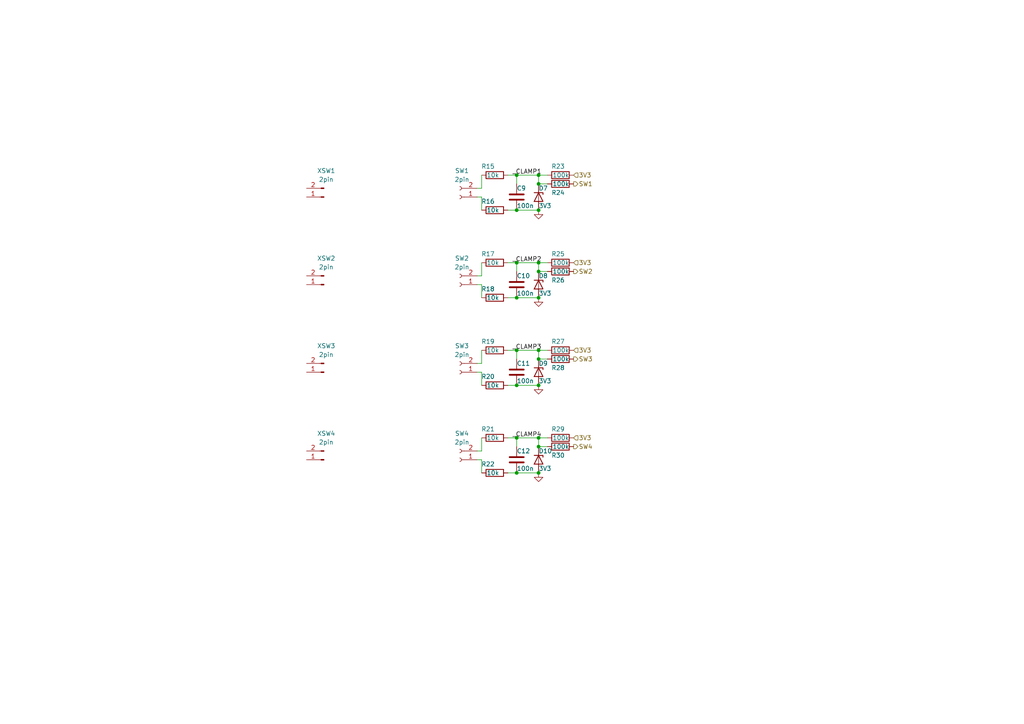
<source format=kicad_sch>
(kicad_sch (version 20211123) (generator eeschema)
  (paper "A4")
  (lib_symbols
    (symbol "Connector:Conn_01x02_Female" (pin_names (offset 1.016) hide)
      (property "Reference" "J" (at 0 2.54 0))
      (property "Value" "Conn_01x02_Female" (at 0 -5.08 0))
      (symbol "Conn_01x02_Female_1_1"
        (arc (start 0 -2.032) (mid -0.508 -2.54) (end 0 -3.048) (stroke (width 0.1524)))
        (polyline (pts (xy -1.27 -2.54) (xy -0.508 -2.54)) (stroke (width 0.1524)))
        (polyline (pts (xy -1.27 0) (xy -0.508 0)) (stroke (width 0.1524)))
        (arc (start 0 0.508) (mid -0.508 0) (end 0 -0.508) (stroke (width 0.1524)))
        (pin passive line (at -5.08 0 0) (length 3.81) (name "Pin_1") (number "1"))
        (pin passive line (at -5.08 -2.54 0) (length 3.81) (name "Pin_2") (number "2"))
      )
    )
    (symbol "Connector:Conn_01x02_Male" (pin_names (offset 1.016) hide)
      (property "Reference" "J" (at 0 2.54 0))
      (property "Value" "Conn_01x02_Male" (at 0 -5.08 0))
      (symbol "Conn_01x02_Male_1_1"
        (polyline (pts (xy 1.27 -2.54) (xy 0.8636 -2.54)) (stroke (width 0.1524)))
        (polyline (pts (xy 1.27 0) (xy 0.8636 0)) (stroke (width 0.1524)))
        (rectangle (start 0.8636 -2.413) (end 0 -2.667) (stroke (width 0.1524)) (fill (type outline)))
        (rectangle (start 0.8636 0.127) (end 0 -0.127) (stroke (width 0.1524)) (fill (type outline)))
        (pin passive line (at 5.08 0 180) (length 3.81) (name "Pin_1") (number "1"))
        (pin passive line (at 5.08 -2.54 180) (length 3.81) (name "Pin_2") (number "2"))
      )
    )
    (symbol "Device:C" (pin_numbers hide) (pin_names (offset 0.254))
      (property "Reference" "C" (at 0.635 2.54 0))
      (property "Value" "C" (at 0.635 -2.54 0))
      (symbol "C_0_1"
        (polyline (pts (xy -2.032 -0.762) (xy 2.032 -0.762)) (stroke (width 0.508)))
        (polyline (pts (xy -2.032 0.762) (xy 2.032 0.762)) (stroke (width 0.508)))
      )
      (symbol "C_1_1"
        (pin passive line (at 0 3.81 270) (length 2.794) (name "~") (number "1"))
        (pin passive line (at 0 -3.81 90) (length 2.794) (name "~") (number "2"))
      )
    )
    (symbol "Device:D_Zener" (pin_numbers hide) (pin_names (offset 1.016) hide)
      (property "Reference" "D" (at 0 2.54 0))
      (property "Value" "D_Zener" (at 0 -2.54 0))
      (symbol "D_Zener_0_1"
        (polyline (pts (xy 1.27 0) (xy -1.27 0)))
        (polyline (pts (xy -1.27 -1.27) (xy -1.27 1.27) (xy -0.762 1.27)) (stroke (width 0.254)))
        (polyline (pts (xy 1.27 -1.27) (xy 1.27 1.27) (xy -1.27 0) (xy 1.27 -1.27)) (stroke (width 0.254)))
      )
      (symbol "D_Zener_1_1"
        (pin passive line (at -3.81 0 0) (length 2.54) (name "K") (number "1"))
        (pin passive line (at 3.81 0 180) (length 2.54) (name "A") (number "2"))
      )
    )
    (symbol "Device:R" (pin_numbers hide) (pin_names (offset 0))
      (property "Reference" "R" (at 2.032 0 90))
      (property "Value" "R" (at 0 0 90))
      (symbol "R_0_1"
        (rectangle (start -1.016 -2.54) (end 1.016 2.54) (stroke (width 0.254)))
      )
      (symbol "R_1_1"
        (pin passive line (at 0 3.81 270) (length 1.27) (name "~") (number "1"))
        (pin passive line (at 0 -3.81 90) (length 1.27) (name "~") (number "2"))
      )
    )
    (symbol "power:GND" (power) (pin_names (offset 0))
      (property "Value" "GND" (at 0 -3.81 0))
      (symbol "GND_0_1"
        (polyline (pts (xy 0 0) (xy 0 -1.27) (xy 1.27 -1.27) (xy 0 -2.54) (xy -1.27 -1.27) (xy 0 -1.27)))
      )
      (symbol "GND_1_1"
        (pin power_in line (at 0 0 270) (length 0) hide (name "GND") (number "1"))
      )
    )
  )
  (junction (at 149.86 76.2))
  (junction (at 149.86 50.8))
  (junction (at 149.86 137.16))
  (junction (at 156.21 86.36))
  (junction (at 149.86 111.76))
  (junction (at 149.86 127))
  (junction (at 149.86 86.36))
  (junction (at 156.21 50.8))
  (junction (at 156.21 53.34))
  (junction (at 156.21 60.96))
  (junction (at 149.86 60.96))
  (junction (at 156.21 129.54))
  (junction (at 156.21 76.2))
  (junction (at 156.21 111.76))
  (junction (at 156.21 104.14))
  (junction (at 156.21 78.74))
  (junction (at 149.86 101.6))
  (junction (at 156.21 127))
  (junction (at 156.21 137.16))
  (junction (at 156.21 101.6))
  (wire (pts (xy 149.86 60.96) (xy 156.21 60.96)))
  (wire (pts (xy 147.32 137.16) (xy 149.86 137.16)))
  (wire (pts (xy 149.86 76.2) (xy 156.21 76.2)))
  (wire (pts (xy 156.21 101.6) (xy 156.21 104.14)))
  (wire (pts (xy 156.21 78.74) (xy 158.75 78.74)))
  (wire (pts (xy 149.86 101.6) (xy 156.21 101.6)))
  (wire (pts (xy 139.7 130.81) (xy 139.7 127)))
  (wire (pts (xy 147.32 127) (xy 149.86 127)))
  (wire (pts (xy 147.32 101.6) (xy 149.86 101.6)))
  (wire (pts (xy 147.32 111.76) (xy 149.86 111.76)))
  (wire (pts (xy 156.21 76.2) (xy 156.21 78.74)))
  (wire (pts (xy 149.86 86.36) (xy 156.21 86.36)))
  (wire (pts (xy 156.21 50.8) (xy 158.75 50.8)))
  (wire (pts (xy 149.86 50.8) (xy 156.21 50.8)))
  (wire (pts (xy 149.86 101.6) (xy 149.86 104.14)))
  (wire (pts (xy 156.21 101.6) (xy 158.75 101.6)))
  (wire (pts (xy 147.32 60.96) (xy 149.86 60.96)))
  (wire (pts (xy 156.21 53.34) (xy 158.75 53.34)))
  (wire (pts (xy 139.7 133.35) (xy 139.7 137.16)))
  (wire (pts (xy 156.21 50.8) (xy 156.21 53.34)))
  (wire (pts (xy 156.21 129.54) (xy 158.75 129.54)))
  (wire (pts (xy 149.86 50.8) (xy 149.86 53.34)))
  (wire (pts (xy 149.86 127) (xy 156.21 127)))
  (wire (pts (xy 138.43 130.81) (xy 139.7 130.81)))
  (wire (pts (xy 147.32 50.8) (xy 149.86 50.8)))
  (wire (pts (xy 149.86 111.76) (xy 156.21 111.76)))
  (wire (pts (xy 138.43 107.95) (xy 139.7 107.95)))
  (wire (pts (xy 156.21 127) (xy 158.75 127)))
  (wire (pts (xy 156.21 127) (xy 156.21 129.54)))
  (wire (pts (xy 139.7 105.41) (xy 139.7 101.6)))
  (wire (pts (xy 139.7 54.61) (xy 139.7 50.8)))
  (wire (pts (xy 138.43 105.41) (xy 139.7 105.41)))
  (wire (pts (xy 156.21 76.2) (xy 158.75 76.2)))
  (wire (pts (xy 139.7 82.55) (xy 139.7 86.36)))
  (wire (pts (xy 138.43 133.35) (xy 139.7 133.35)))
  (wire (pts (xy 139.7 107.95) (xy 139.7 111.76)))
  (wire (pts (xy 149.86 127) (xy 149.86 129.54)))
  (wire (pts (xy 138.43 80.01) (xy 139.7 80.01)))
  (wire (pts (xy 138.43 57.15) (xy 139.7 57.15)))
  (wire (pts (xy 147.32 76.2) (xy 149.86 76.2)))
  (wire (pts (xy 138.43 82.55) (xy 139.7 82.55)))
  (wire (pts (xy 147.32 86.36) (xy 149.86 86.36)))
  (wire (pts (xy 156.21 104.14) (xy 158.75 104.14)))
  (wire (pts (xy 138.43 54.61) (xy 139.7 54.61)))
  (wire (pts (xy 139.7 57.15) (xy 139.7 60.96)))
  (wire (pts (xy 149.86 137.16) (xy 156.21 137.16)))
  (wire (pts (xy 139.7 80.01) (xy 139.7 76.2)))
  (wire (pts (xy 149.86 76.2) (xy 149.86 78.74)))
  (label "_CLAMP2" (at 148.59 76.2 0))
  (label "_CLAMP1" (at 148.59 50.8 0))
  (label "_CLAMP4" (at 148.59 127 0))
  (label "_CLAMP3" (at 148.59 101.6 0))
  (hierarchical_label "3V3" (shape input) (at 166.37 127 0))
  (hierarchical_label "SW2" (shape output) (at 166.37 78.74 0))
  (hierarchical_label "SW4" (shape output) (at 166.37 129.54 0))
  (hierarchical_label "3V3" (shape input) (at 166.37 101.6 0))
  (hierarchical_label "SW3" (shape output) (at 166.37 104.14 0))
  (hierarchical_label "3V3" (shape input) (at 166.37 76.2 0))
  (hierarchical_label "3V3" (shape input) (at 166.37 50.8 0))
  (hierarchical_label "SW1" (shape output) (at 166.37 53.34 0))
  (symbol (lib_id "Connector:Conn_01x02_Female") (at 133.35 107.95 180) (unit 1)
    (property "Reference" "SW3" (at 133.985 100.33 0))
    (property "Value" "2pin" (at 133.985 102.87 0))
    (property "Footprint" "TerminalBlock_Phoenix:TerminalBlock_Phoenix_PT-1,5-2-3.5-H_1x02_P3.50mm_Horizontal" (effects hide))
    (property "Datasheet" "https://datasheet.lcsc.com/lcsc/1912111437_JILN-JL15EDGRC-35002G01_C409115.pdf" (effects hide))
    (property "LCSC Part Number" "C409115" (effects hide))
  )
  (symbol (lib_id "Device:R") (at 162.56 78.74 90) (unit 1)
    (property "Reference" "R26" (at 163.83 81.28 90) (effects (justify left)))
    (property "Value" "100k" (at 165.1 78.74 90) (effects (justify left)))
    (property "Footprint" "Resistor_SMD:R_0805_2012Metric" (effects hide))
  )
  (symbol (lib_id "Connector:Conn_01x02_Female") (at 133.35 57.15 180) (unit 1)
    (property "Reference" "SW1" (at 133.985 49.53 0))
    (property "Value" "2pin" (at 133.985 52.07 0))
    (property "Footprint" "TerminalBlock_Phoenix:TerminalBlock_Phoenix_PT-1,5-2-3.5-H_1x02_P3.50mm_Horizontal" (effects hide))
    (property "Datasheet" "https://datasheet.lcsc.com/lcsc/1912111437_JILN-JL15EDGRC-35002G01_C409115.pdf" (effects hide))
    (property "LCSC Part Number" "C409115" (effects hide))
  )
  (symbol (lib_id "power:GND") (at 156.21 86.36 0) (unit 1)
    (property "Reference" "#PWR020" (effects hide))
    (property "Value" "GND" (effects hide))
  )
  (symbol (lib_id "Device:R") (at 143.51 86.36 90) (unit 1)
    (property "Reference" "R18" (at 143.51 83.82 90) (effects (justify left)))
    (property "Value" "10k" (at 144.78 86.36 90) (effects (justify left)))
    (property "Footprint" "Resistor_SMD:R_0805_2012Metric" (effects hide))
  )
  (symbol (lib_id "Device:D_Zener") (at 156.21 133.35 270) (unit 1)
    (property "Reference" "D10" (at 156.21 130.81 90) (effects (justify left)))
    (property "Value" "3V3" (at 156.21 135.89 90) (effects (justify left)))
    (property "Footprint" "Diode_SMD:D_SOD-123" (effects hide))
    (property "Datasheet" "https://datasheet.lcsc.com/lcsc/1806121224_ST-Semtech-MM1Z5226B_C118713.pdf" (effects hide))
    (property "LCSC Part Number" "C118713" (effects hide))
  )
  (symbol (lib_id "power:GND") (at 156.21 111.76 0) (unit 1)
    (property "Reference" "#PWR021" (effects hide))
    (property "Value" "GND" (effects hide))
  )
  (symbol (lib_id "Connector:Conn_01x02_Male") (at 93.98 57.15 180) (unit 1) (on_board no)
    (property "Reference" "XSW1" (at 94.615 49.53 0))
    (property "Value" "2pin" (at 94.615 52.07 0))
    (property "Datasheet" "https://datasheet.lcsc.com/lcsc/1912111437_JILN-JL15EDGK-35002G01_C393013.pdf" (effects hide))
    (property "LCSC Part Number" "C393013" (effects hide))
  )
  (symbol (lib_id "power:GND") (at 156.21 60.96 0) (unit 1)
    (property "Reference" "#PWR019" (effects hide))
    (property "Value" "GND" (effects hide))
  )
  (symbol (lib_id "Device:R") (at 162.56 50.8 90) (unit 1)
    (property "Reference" "R23" (at 163.83 48.26 90) (effects (justify left)))
    (property "Value" "100k" (at 165.1 50.8 90) (effects (justify left)))
    (property "Footprint" "Resistor_SMD:R_0805_2012Metric" (effects hide))
  )
  (symbol (lib_id "Device:R") (at 162.56 101.6 90) (unit 1)
    (property "Reference" "R27" (at 163.83 99.06 90) (effects (justify left)))
    (property "Value" "100k" (at 165.1 101.6 90) (effects (justify left)))
    (property "Footprint" "Resistor_SMD:R_0805_2012Metric" (effects hide))
  )
  (symbol (lib_id "Device:R") (at 143.51 137.16 90) (unit 1)
    (property "Reference" "R22" (at 143.51 134.62 90) (effects (justify left)))
    (property "Value" "10k" (at 144.78 137.16 90) (effects (justify left)))
    (property "Footprint" "Resistor_SMD:R_0805_2012Metric" (effects hide))
  )
  (symbol (lib_id "Device:D_Zener") (at 156.21 82.55 270) (unit 1)
    (property "Reference" "D8" (at 156.21 80.01 90) (effects (justify left)))
    (property "Value" "3V3" (at 156.21 85.09 90) (effects (justify left)))
    (property "Footprint" "Diode_SMD:D_SOD-123" (effects hide))
    (property "Datasheet" "https://datasheet.lcsc.com/lcsc/1806121224_ST-Semtech-MM1Z5226B_C118713.pdf" (effects hide))
    (property "LCSC Part Number" "C118713" (effects hide))
  )
  (symbol (lib_id "Device:C") (at 149.86 57.15 0) (unit 1)
    (property "Reference" "C9" (at 149.86 54.61 0) (effects (justify left)))
    (property "Value" "100n" (at 149.86 59.69 0) (effects (justify left)))
    (property "Footprint" "Capacitor_SMD:C_0805_2012Metric" (effects hide))
    (property "LCSC Part Number" "C161260" (effects hide))
  )
  (symbol (lib_id "Device:R") (at 162.56 127 90) (unit 1)
    (property "Reference" "R29" (at 163.83 124.46 90) (effects (justify left)))
    (property "Value" "100k" (at 165.1 127 90) (effects (justify left)))
    (property "Footprint" "Resistor_SMD:R_0805_2012Metric" (effects hide))
  )
  (symbol (lib_id "Device:R") (at 143.51 60.96 90) (unit 1)
    (property "Reference" "R16" (at 143.51 58.42 90) (effects (justify left)))
    (property "Value" "10k" (at 144.78 60.96 90) (effects (justify left)))
    (property "Footprint" "Resistor_SMD:R_0805_2012Metric" (effects hide))
  )
  (symbol (lib_id "Device:R") (at 143.51 101.6 90) (unit 1)
    (property "Reference" "R19" (at 143.51 99.06 90) (effects (justify left)))
    (property "Value" "10k" (at 144.78 101.6 90) (effects (justify left)))
    (property "Footprint" "Resistor_SMD:R_0805_2012Metric" (effects hide))
  )
  (symbol (lib_id "Device:R") (at 143.51 127 90) (unit 1)
    (property "Reference" "R21" (at 143.51 124.46 90) (effects (justify left)))
    (property "Value" "10k" (at 144.78 127 90) (effects (justify left)))
    (property "Footprint" "Resistor_SMD:R_0805_2012Metric" (effects hide))
  )
  (symbol (lib_id "Device:R") (at 162.56 76.2 90) (unit 1)
    (property "Reference" "R25" (at 163.83 73.66 90) (effects (justify left)))
    (property "Value" "100k" (at 165.1 76.2 90) (effects (justify left)))
    (property "Footprint" "Resistor_SMD:R_0805_2012Metric" (effects hide))
  )
  (symbol (lib_id "Connector:Conn_01x02_Male") (at 93.98 107.95 180) (unit 1) (on_board no)
    (property "Reference" "XSW3" (at 94.615 100.33 0))
    (property "Value" "2pin" (at 94.615 102.87 0))
    (property "Datasheet" "https://datasheet.lcsc.com/lcsc/1912111437_JILN-JL15EDGK-35002G01_C393013.pdf" (effects hide))
    (property "LCSC Part Number" "C393013" (effects hide))
  )
  (symbol (lib_id "power:GND") (at 156.21 137.16 0) (unit 1)
    (property "Reference" "#PWR022" (effects hide))
    (property "Value" "GND" (effects hide))
  )
  (symbol (lib_id "Device:R") (at 162.56 104.14 90) (unit 1)
    (property "Reference" "R28" (at 163.83 106.68 90) (effects (justify left)))
    (property "Value" "100k" (at 165.1 104.14 90) (effects (justify left)))
    (property "Footprint" "Resistor_SMD:R_0805_2012Metric" (effects hide))
  )
  (symbol (lib_id "Device:C") (at 149.86 82.55 0) (unit 1)
    (property "Reference" "C10" (at 149.86 80.01 0) (effects (justify left)))
    (property "Value" "100n" (at 149.86 85.09 0) (effects (justify left)))
    (property "Footprint" "Capacitor_SMD:C_0805_2012Metric" (effects hide))
    (property "LCSC Part Number" "C161260" (effects hide))
  )
  (symbol (lib_id "Device:R") (at 143.51 111.76 90) (unit 1)
    (property "Reference" "R20" (at 143.51 109.22 90) (effects (justify left)))
    (property "Value" "10k" (at 144.78 111.76 90) (effects (justify left)))
    (property "Footprint" "Resistor_SMD:R_0805_2012Metric" (effects hide))
  )
  (symbol (lib_id "Device:C") (at 149.86 107.95 0) (unit 1)
    (property "Reference" "C11" (at 149.86 105.41 0) (effects (justify left)))
    (property "Value" "100n" (at 149.86 110.49 0) (effects (justify left)))
    (property "Footprint" "Capacitor_SMD:C_0805_2012Metric" (effects hide))
    (property "LCSC Part Number" "C161260" (effects hide))
  )
  (symbol (lib_id "Device:D_Zener") (at 156.21 57.15 270) (unit 1)
    (property "Reference" "D7" (at 156.21 54.61 90) (effects (justify left)))
    (property "Value" "3V3" (at 156.21 59.69 90) (effects (justify left)))
    (property "Footprint" "Diode_SMD:D_SOD-123" (effects hide))
    (property "Datasheet" "https://datasheet.lcsc.com/lcsc/1806121224_ST-Semtech-MM1Z5226B_C118713.pdf" (effects hide))
    (property "LCSC Part Number" "C118713" (effects hide))
  )
  (symbol (lib_id "Device:R") (at 143.51 50.8 90) (unit 1)
    (property "Reference" "R15" (at 143.51 48.26 90) (effects (justify left)))
    (property "Value" "10k" (at 144.78 50.8 90) (effects (justify left)))
    (property "Footprint" "Resistor_SMD:R_0805_2012Metric" (effects hide))
  )
  (symbol (lib_id "Device:R") (at 143.51 76.2 90) (unit 1)
    (property "Reference" "R17" (at 143.51 73.66 90) (effects (justify left)))
    (property "Value" "10k" (at 144.78 76.2 90) (effects (justify left)))
    (property "Footprint" "Resistor_SMD:R_0805_2012Metric" (effects hide))
  )
  (symbol (lib_id "Device:C") (at 149.86 133.35 0) (unit 1)
    (property "Reference" "C12" (at 149.86 130.81 0) (effects (justify left)))
    (property "Value" "100n" (at 149.86 135.89 0) (effects (justify left)))
    (property "Footprint" "Capacitor_SMD:C_0805_2012Metric" (effects hide))
    (property "LCSC Part Number" "C161260" (effects hide))
  )
  (symbol (lib_id "Connector:Conn_01x02_Male") (at 93.98 82.55 180) (unit 1) (on_board no)
    (property "Reference" "XSW2" (at 94.615 74.93 0))
    (property "Value" "2pin" (at 94.615 77.47 0))
    (property "Datasheet" "https://datasheet.lcsc.com/lcsc/1912111437_JILN-JL15EDGK-35002G01_C393013.pdf" (effects hide))
    (property "LCSC Part Number" "C393013" (effects hide))
  )
  (symbol (lib_id "Device:D_Zener") (at 156.21 107.95 270) (unit 1)
    (property "Reference" "D9" (at 156.21 105.41 90) (effects (justify left)))
    (property "Value" "3V3" (at 156.21 110.49 90) (effects (justify left)))
    (property "Footprint" "Diode_SMD:D_SOD-123" (effects hide))
    (property "Datasheet" "https://datasheet.lcsc.com/lcsc/1806121224_ST-Semtech-MM1Z5226B_C118713.pdf" (effects hide))
    (property "LCSC Part Number" "C118713" (effects hide))
  )
  (symbol (lib_id "Connector:Conn_01x02_Male") (at 93.98 133.35 180) (unit 1) (on_board no)
    (property "Reference" "XSW4" (at 94.615 125.73 0))
    (property "Value" "2pin" (at 94.615 128.27 0))
    (property "Datasheet" "https://datasheet.lcsc.com/lcsc/1912111437_JILN-JL15EDGK-35002G01_C393013.pdf" (effects hide))
    (property "LCSC Part Number" "C393013" (effects hide))
  )
  (symbol (lib_id "Connector:Conn_01x02_Female") (at 133.35 82.55 180) (unit 1)
    (property "Reference" "SW2" (at 133.985 74.93 0))
    (property "Value" "2pin" (at 133.985 77.47 0))
    (property "Footprint" "TerminalBlock_Phoenix:TerminalBlock_Phoenix_PT-1,5-2-3.5-H_1x02_P3.50mm_Horizontal" (effects hide))
    (property "Datasheet" "https://datasheet.lcsc.com/lcsc/1912111437_JILN-JL15EDGRC-35002G01_C409115.pdf" (effects hide))
    (property "LCSC Part Number" "C409115" (effects hide))
  )
  (symbol (lib_id "Device:R") (at 162.56 129.54 90) (unit 1)
    (property "Reference" "R30" (at 163.83 132.08 90) (effects (justify left)))
    (property "Value" "100k" (at 165.1 129.54 90) (effects (justify left)))
    (property "Footprint" "Resistor_SMD:R_0805_2012Metric" (effects hide))
  )
  (symbol (lib_id "Device:R") (at 162.56 53.34 90) (unit 1)
    (property "Reference" "R24" (at 163.83 55.88 90) (effects (justify left)))
    (property "Value" "100k" (at 165.1 53.34 90) (effects (justify left)))
    (property "Footprint" "Resistor_SMD:R_0805_2012Metric" (effects hide))
  )
  (symbol (lib_id "Connector:Conn_01x02_Female") (at 133.35 133.35 180) (unit 1)
    (property "Reference" "SW4" (at 133.985 125.73 0))
    (property "Value" "2pin" (at 133.985 128.27 0))
    (property "Footprint" "TerminalBlock_Phoenix:TerminalBlock_Phoenix_PT-1,5-2-3.5-H_1x02_P3.50mm_Horizontal" (effects hide))
    (property "Datasheet" "https://datasheet.lcsc.com/lcsc/1912111437_JILN-JL15EDGRC-35002G01_C409115.pdf" (effects hide))
    (property "LCSC Part Number" "C409115" (effects hide))
  )
)
</source>
